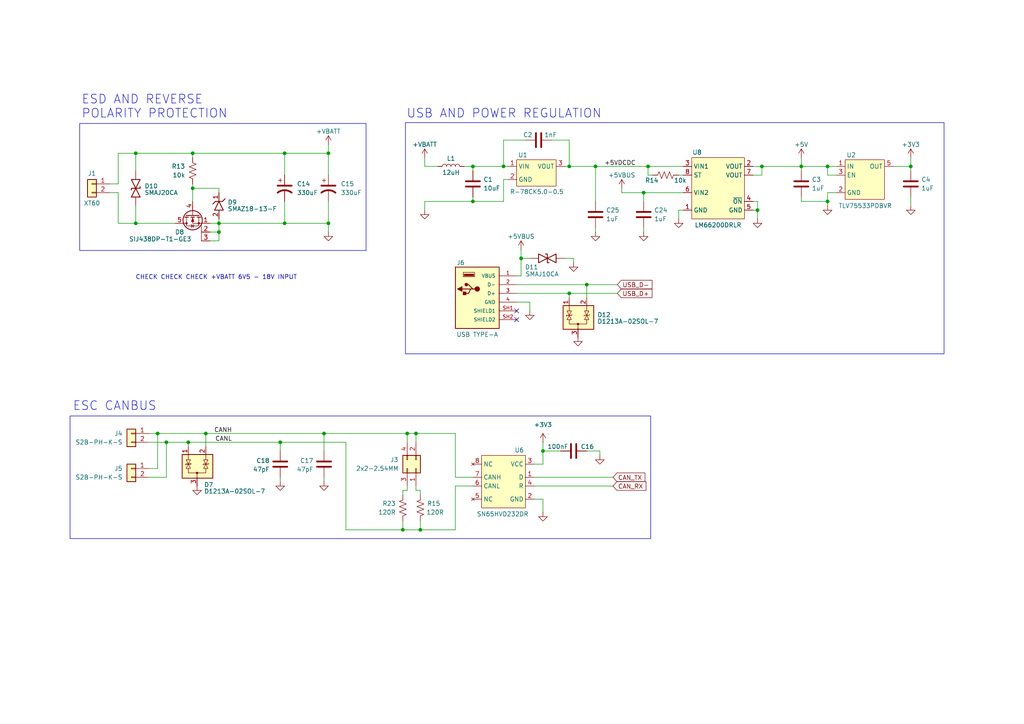
<source format=kicad_sch>
(kicad_sch (version 20231120) (generator "eeschema") (generator_version "8.0")
  (paper "A4")
  (title_block (title "POWER REGULATION AND CANBUS") (comment 1 "REVIEWED BY:") (comment 3 "GITHUB: /nikphillydev") (comment 4 "DRAWN BY: N.PHILIPENKO") (comment 5 "SIGNED:"))
  (lib_symbols
    (symbol "Connector_Generic:Conn_01x02" (pin_names (offset 1.016) hide)
      (property "Reference" "J" (at 0 2.54 0))
      (property "Value" "Conn_01x02" (at 0 -5.08 0))
      (symbol "Conn_01x02_1_1"
        (rectangle (start -1.27 -2.413) (end 0 -2.667) (stroke (width 0.1524)))
        (rectangle (start -1.27 0.127) (end 0 -0.127) (stroke (width 0.1524)))
        (rectangle (start -1.27 1.27) (end 1.27 -3.81) (stroke (width 0.254)) (fill (type background)))
        (pin passive line (at -5.08 0 0) (length 3.81) (name "Pin_1") (number "1"))
        (pin passive line (at -5.08 -2.54 0) (length 3.81) (name "Pin_2") (number "2"))
      )
    )
    (symbol "Connector_Generic:Conn_02x02_Odd_Even" (pin_names (offset 1.016) hide)
      (property "Reference" "J" (at 1.27 2.54 0))
      (property "Value" "Conn_02x02_Odd_Even" (at 1.27 -5.08 0))
      (symbol "Conn_02x02_Odd_Even_1_1"
        (rectangle (start -1.27 -2.413) (end 0 -2.667) (stroke (width 0.1524)))
        (rectangle (start -1.27 0.127) (end 0 -0.127) (stroke (width 0.1524)))
        (rectangle (start -1.27 1.27) (end 3.81 -3.81) (stroke (width 0.254)) (fill (type background)))
        (rectangle (start 3.81 -2.413) (end 2.54 -2.667) (stroke (width 0.1524)))
        (rectangle (start 3.81 0.127) (end 2.54 -0.127) (stroke (width 0.1524)))
        (pin passive line (at -5.08 0 0) (length 3.81) (name "Pin_1") (number "1"))
        (pin passive line (at 7.62 0 180) (length 3.81) (name "Pin_2") (number "2"))
        (pin passive line (at -5.08 -2.54 0) (length 3.81) (name "Pin_3") (number "3"))
        (pin passive line (at 7.62 -2.54 180) (length 3.81) (name "Pin_4") (number "4"))
      )
    )
    (symbol "Connectors:USB2.0-4P-2SH" (pin_names (offset 1.016))
      (property "Reference" "J" (at -6.35 9.652 0))
      (property "Value" "USB TYPE-A" (at -5.842 -11.176 0))
      (symbol "USB2.0-4P-2SH_0_0"
        (pin bidirectional line (at -11.43 3.81 0) (length 5.08) (name "D-") (number "2"))
        (pin bidirectional line (at -11.43 1.27 0) (length 5.08) (name "D+") (number "3"))
      )
      (symbol "USB2.0-4P-2SH_0_1"
        (polyline (pts (xy 0.635 2.54) (xy 1.27 2.54) (xy 2.54 3.81) (xy 3.175 3.81)) (stroke (width 0.254)))
        (polyline (pts (xy 1.27 2.54) (xy 1.905 2.54) (xy 2.54 1.27) (xy 3.81 1.27)) (stroke (width 0.254)))
        (polyline (pts (xy 4.445 3.175) (xy 4.445 1.905) (xy 5.715 2.54) (xy 4.445 3.175)) (stroke (width 0.254)) (fill (type outline)))
        (circle (center 0 2.54) (radius 0.635) (stroke (width 0.254)) (fill (type outline)))
        (circle (center 3.175 3.81) (radius 0.381) (stroke (width 0.254)) (fill (type outline)))
        (rectangle (start 3.81 6.35) (end 1.016 6.858) (fill (type outline)))
        (rectangle (start 4.064 1.651) (end 3.302 0.889) (stroke (width 0.254)) (fill (type outline)))
        (rectangle (start 4.064 6.096) (end 0.762 7.366))
      )
      (symbol "USB2.0-4P-2SH_1_0"
        (rectangle (start -6.35 8.89) (end 6.35 -8.89) (stroke (width 0.254)) (fill (type background)))
        (pin power_out line (at -11.43 6.35 0) (length 5.08) (name "VBUS") (number "1"))
        (pin passive line (at -11.43 -1.27 0) (length 5.08) (name "GND") (number "4"))
        (pin passive line (at -11.43 -3.81 0) (length 5.08) (name "SHIELD1") (number "SH1"))
        (pin passive line (at -11.43 -6.35 0) (length 5.08) (name "SHIELD2") (number "SH2"))
      )
      (symbol "USB2.0-4P-2SH_1_1"
        (polyline (pts (xy 1.905 2.54) (xy 4.445 2.54)) (stroke (width 0.254)))
      )
    )
    (symbol "Device:C" (pin_numbers hide) (pin_names (offset 0.254))
      (property "Reference" "C" (at 0.635 2.54 0))
      (property "Value" "C" (at 0.635 -2.54 0))
      (symbol "C_0_1"
        (polyline (pts (xy -2.032 -0.762) (xy 2.032 -0.762)) (stroke (width 0.508)))
        (polyline (pts (xy -2.032 0.762) (xy 2.032 0.762)) (stroke (width 0.508)))
      )
      (symbol "C_1_1"
        (pin passive line (at 0 3.81 270) (length 2.794) (name "~") (number "1"))
        (pin passive line (at 0 -3.81 90) (length 2.794) (name "~") (number "2"))
      )
    )
    (symbol "Device:C_Polarized_US" (pin_numbers hide) (pin_names (offset 0.254) hide)
      (property "Reference" "C" (at 0.635 2.54 0))
      (property "Value" "C_Polarized_US" (at 0.635 -2.54 0))
      (symbol "C_Polarized_US_0_1"
        (polyline (pts (xy -2.032 0.762) (xy 2.032 0.762)) (stroke (width 0.508)))
        (polyline (pts (xy -1.778 2.286) (xy -0.762 2.286)))
        (polyline (pts (xy -1.27 1.778) (xy -1.27 2.794)))
        (arc (start 2.032 -1.27) (mid 0 -0.5572) (end -2.032 -1.27) (stroke (width 0.508)))
      )
      (symbol "C_Polarized_US_1_1"
        (pin passive line (at 0 3.81 270) (length 2.794) (name "~") (number "1"))
        (pin passive line (at 0 -3.81 90) (length 3.302) (name "~") (number "2"))
      )
    )
    (symbol "Device:L" (pin_numbers hide) (pin_names (offset 1.016) hide)
      (property "Reference" "L" (at -1.27 0 90))
      (property "Value" "L" (at 1.905 0 90))
      (symbol "L_0_1"
        (arc (start 0 -2.54) (mid 0.6323 -1.905) (end 0 -1.27))
        (arc (start 0 -1.27) (mid 0.6323 -0.635) (end 0 0))
        (arc (start 0 0) (mid 0.6323 0.635) (end 0 1.27))
        (arc (start 0 1.27) (mid 0.6323 1.905) (end 0 2.54))
      )
      (symbol "L_1_1"
        (pin passive line (at 0 3.81 270) (length 1.27) (name "1") (number "1"))
        (pin passive line (at 0 -3.81 90) (length 1.27) (name "2") (number "2"))
      )
    )
    (symbol "Device:R_US" (pin_numbers hide) (pin_names (offset 0))
      (property "Reference" "R" (at 2.54 0 90))
      (property "Value" "R_US" (at -2.54 0 90))
      (symbol "R_US_0_1"
        (polyline (pts (xy 0 -2.286) (xy 0 -2.54)))
        (polyline (pts (xy 0 2.286) (xy 0 2.54)))
        (polyline (pts (xy 0 -0.762) (xy 1.016 -1.143) (xy 0 -1.524) (xy -1.016 -1.905) (xy 0 -2.286)))
        (polyline (pts (xy 0 0.762) (xy 1.016 0.381) (xy 0 0) (xy -1.016 -0.381) (xy 0 -0.762)))
        (polyline (pts (xy 0 2.286) (xy 1.016 1.905) (xy 0 1.524) (xy -1.016 1.143) (xy 0 0.762)))
      )
      (symbol "R_US_1_1"
        (pin passive line (at 0 3.81 270) (length 1.27) (name "~") (number "1"))
        (pin passive line (at 0 -3.81 90) (length 1.27) (name "~") (number "2"))
      )
    )
    (symbol "Diodes:SiJ438DP" (pin_names hide)
      (property "Reference" "D" (at 4.064 4.826 0))
      (property "Value" "SiJ438DP" (at 7.874 2.794 0))
      (symbol "SiJ438DP_0_1"
        (polyline (pts (xy -1.016 0) (xy -3.81 0)))
        (polyline (pts (xy -1.016 1.905) (xy -1.016 -1.905)) (stroke (width 0.254)))
        (polyline (pts (xy -0.508 -1.27) (xy -0.508 -2.286)) (stroke (width 0.254)))
        (polyline (pts (xy -0.508 0.508) (xy -0.508 -0.508)) (stroke (width 0.254)))
        (polyline (pts (xy -0.508 2.286) (xy -0.508 1.27)) (stroke (width 0.254)))
        (polyline (pts (xy 1.27 2.54) (xy 1.27 1.778)))
        (polyline (pts (xy 1.27 -2.54) (xy 1.27 0) (xy -0.508 0)))
        (polyline (pts (xy 1.27 -2.54) (xy 3.81 -2.54) (xy 6.35 -2.54)))
        (polyline (pts (xy -0.508 -1.778) (xy 2.032 -1.778) (xy 2.032 1.778) (xy -0.508 1.778)))
        (polyline (pts (xy -0.254 0) (xy 0.762 0.381) (xy 0.762 -0.381) (xy -0.254 0)) (fill (type outline)))
        (polyline (pts (xy 1.524 0.508) (xy 1.651 0.381) (xy 2.413 0.381) (xy 2.54 0.254)))
        (polyline (pts (xy 2.032 0.381) (xy 1.651 -0.254) (xy 2.413 -0.254) (xy 2.032 0.381)))
        (circle (center 0.381 0) (radius 2.794) (stroke (width 0.254)))
        (circle (center 1.27 -1.778) (radius 0.254) (fill (type outline)))
        (circle (center 1.27 1.778) (radius 0.254) (fill (type outline)))
      )
      (symbol "SiJ438DP_1_0"
        (pin passive line (at -5.08 0 0) (length 2.54) (name "G") (number "4"))
        (pin passive line (at 1.27 5.08 270) (length 2.54) (name "D") (number "5"))
      )
      (symbol "SiJ438DP_1_1"
        (pin passive line (at 1.27 -5.08 90) (length 2.54) (name "S") (number "1"))
        (pin passive line (at 3.81 -5.08 90) (length 2.54) (name "S") (number "2"))
        (pin passive line (at 6.35 -5.08 90) (length 2.54) (name "S") (number "3"))
      )
    )
    (symbol "Diodes:TVS_BIDIRECTIONAL" (pin_numbers hide) (pin_names hide)
      (property "Reference" "D" (at 2.794 0.254 0))
      (symbol "TVS_BIDIRECTIONAL_0_1"
        (polyline (pts (xy 1.27 0.508) (xy 1.27 0) (xy -1.27 0) (xy -1.27 -0.508)) (stroke (width 0.254)))
        (polyline (pts (xy 0 0) (xy 0 0) (xy -1.27 2.54) (xy 1.27 2.54) (xy 0 0)) (stroke (width 0.254)))
        (polyline (pts (xy 0 0) (xy 0 0) (xy 1.27 -2.54) (xy -1.27 -2.54) (xy 0 0)) (stroke (width 0.254)))
      )
      (symbol "TVS_BIDIRECTIONAL_1_1"
        (pin passive line (at 0 5.08 270) (length 2.54) (name "K") (number "1"))
        (pin passive line (at 0 -5.08 90) (length 2.54) (name "A") (number "2"))
      )
    )
    (symbol "Diodes:TVS_BIDIRECTIONAL_2CH" (pin_names hide)
      (property "Reference" "D" (at 2.54 -5.842 0))
      (symbol "TVS_BIDIRECTIONAL_2CH_0_0"
        (pin passive line (at 0 -6.35 90) (length 2.54) (name "A") (number "3"))
      )
      (symbol "TVS_BIDIRECTIONAL_2CH_0_1"
        (circle (center 0 -2.54) (radius 0.254) (fill (type outline)))
        (polyline (pts (xy -2.54 2.54) (xy -2.54 1.27)))
        (polyline (pts (xy 0 -2.54) (xy 0 -3.81)))
        (polyline (pts (xy 2.54 2.54) (xy 2.54 1.27)))
        (polyline (pts (xy -3.302 -0.254) (xy -3.302 0) (xy -1.905 0) (xy -1.778 0)))
        (polyline (pts (xy -3.302 -0.254) (xy -3.302 0) (xy -1.905 0) (xy -1.778 0)))
        (polyline (pts (xy -2.54 -1.27) (xy -2.54 -2.54) (xy 2.54 -2.54) (xy 2.54 -1.27)))
        (polyline (pts (xy -2.54 0) (xy -1.905 -1.27) (xy -3.175 -1.27) (xy -2.54 0)))
        (polyline (pts (xy -2.54 0) (xy -1.905 1.27) (xy -3.175 1.27) (xy -2.54 0)))
        (polyline (pts (xy -1.778 0.254) (xy -1.778 0) (xy -3.175 0) (xy -3.302 0)))
        (polyline (pts (xy 1.778 -0.254) (xy 1.778 0) (xy 3.175 0) (xy 3.302 0)))
        (polyline (pts (xy 2.54 0) (xy 1.905 -1.27) (xy 3.175 -1.27) (xy 2.54 0)))
        (polyline (pts (xy 2.54 0) (xy 1.905 1.27) (xy 3.175 1.27) (xy 2.54 0)))
        (polyline (pts (xy 3.302 0.254) (xy 3.302 0) (xy 1.905 0) (xy 1.778 0)))
      )
      (symbol "TVS_BIDIRECTIONAL_2CH_1_1"
        (rectangle (start -4.318 2.794) (end 4.572 -4.064) (stroke (width 0.254)) (fill (type background)))
        (pin passive line (at -2.54 5.08 270) (length 2.54) (name "K") (number "1"))
        (pin passive line (at 2.54 5.08 270) (length 2.54) (name "K") (number "2"))
      )
    )
    (symbol "Diodes:ZENER" (pin_names hide)
      (property "Reference" "D" (at 2.794 0.254 0))
      (symbol "ZENER_0_1"
        (polyline (pts (xy -1.27 -1.27) (xy 1.27 -1.27) (xy 0 1.27) (xy -1.27 -1.27)) (stroke (width 0.254)))
      )
      (symbol "ZENER_1_1"
        (polyline (pts (xy -1.016 1.27) (xy -1.778 0.508)) (stroke (width 0.254)))
        (polyline (pts (xy -1.016 1.27) (xy 1.016 1.27) (xy 1.778 2.032)) (stroke (width 0.254)))
        (pin passive line (at 0 3.81 270) (length 2.54) (name "K") (number "1"))
        (pin passive line (at 0 -3.81 90) (length 2.54) (name "A") (number "2"))
      )
    )
    (symbol "ICs:LM66200"
      (property "Reference" "U" (at -6.35 10.16 0))
      (property "Value" "LM66200" (at 0 -10.414 0))
      (symbol "LM66200_0_0"
        (pin power_out line (at 10.16 6.35 180) (length 2.54) (name "VOUT") (number "2"))
        (pin power_in line (at -10.16 6.35 0) (length 2.54) (name "VIN1") (number "3"))
        (pin passive line (at 10.16 -3.81 180) (length 2.54) (name "~{ON}") (number "4"))
        (pin power_in line (at -10.16 -1.27 0) (length 2.54) (name "VIN2") (number "6"))
        (pin passive line (at -10.16 3.81 0) (length 2.54) (name "ST") (number "8"))
      )
      (symbol "LM66200_1_0"
        (pin passive line (at -10.16 -6.35 0) (length 2.54) (name "GND") (number "1"))
        (pin passive line (at 10.16 -6.35 180) (length 2.54) (name "GND") (number "5"))
        (pin passive line (at 10.16 3.81 180) (length 2.54) (name "VOUT") (number "7"))
      )
      (symbol "LM66200_1_1"
        (rectangle (start -7.62 8.89) (end 7.62 -8.89) (fill (type background)))
      )
    )
    (symbol "ICs:R-78CKxx-0.5"
      (property "Reference" "U" (at -4.318 4.318 0))
      (property "Value" "R-78CKxx-0.5" (at 0.762 -5.842 0))
      (symbol "R-78CKxx-0.5_0_0"
        (pin power_in line (at -7.62 1.27 0) (length 2.54) (name "VIN") (number "1"))
        (pin passive line (at -7.62 -2.54 0) (length 2.54) (name "GND") (number "2"))
      )
      (symbol "R-78CKxx-0.5_1_0"
        (pin power_out line (at 8.89 1.27 180) (length 2.54) (name "VOUT") (number "3"))
      )
      (symbol "R-78CKxx-0.5_1_1"
        (rectangle (start -5.08 3.175) (end 6.35 -4.445) (fill (type background)))
      )
    )
    (symbol "ICs:TLV755P-DBV"
      (property "Reference" "U" (at -4.572 5.588 0))
      (property "Value" "TLV755P-DBV" (at 0.508 -8.382 0))
      (symbol "TLV755P-DBV_0_0"
        (pin power_in line (at -7.62 2.54 0) (length 2.54) (name "IN") (number "1"))
        (pin passive line (at -7.62 -5.08 0) (length 2.54) (name "GND") (number "2"))
        (pin passive line (at -7.62 0 0) (length 2.54) (name "EN") (number "3"))
        (pin power_out line (at 8.89 2.54 180) (length 2.54) (name "OUT") (number "5"))
      )
      (symbol "TLV755P-DBV_1_0"
        (pin no_connect line (at 8.89 -5.08 180) (length 2.54) hide (name "NC") (number "4"))
      )
      (symbol "TLV755P-DBV_1_1"
        (rectangle (start -5.08 4.445) (end 6.35 -6.985) (fill (type background)))
      )
    )
    (symbol "SN65HVD232D_1"
      (property "Reference" "U" (at -5.334 8.89 0))
      (property "Value" "SN65HVD232D" (at 0 -9.144 0))
      (symbol "SN65HVD232D_1_0_0"
        (pin power_in line (at -8.89 5.08 0) (length 2.54) (name "VCC") (number "3"))
        (pin no_connect line (at 8.89 -5.08 180) (length 2.54) (name "NC") (number "5"))
        (pin passive line (at 8.89 -1.27 180) (length 2.54) (name "CANL") (number "6"))
        (pin passive line (at 8.89 1.27 180) (length 2.54) (name "CANH") (number "7"))
        (pin no_connect line (at 8.89 5.08 180) (length 2.54) (name "NC") (number "8"))
      )
      (symbol "SN65HVD232D_1_1_0"
        (pin passive line (at -8.89 1.27 0) (length 2.54) (name "D") (number "1"))
        (pin passive line (at -8.89 -5.08 0) (length 2.54) (name "GND") (number "2"))
        (pin passive line (at -8.89 -1.27 0) (length 2.54) (name "R") (number "4"))
      )
      (symbol "SN65HVD232D_1_1_1"
        (rectangle (start -6.35 7.62) (end 6.35 -7.62) (fill (type background)))
      )
    )
    (symbol "power:+3.3V" (power) (pin_numbers hide) (pin_names (offset 0) hide)
      (property "Value" "+3.3V" (at 0 3.556 0))
      (symbol "+3.3V_0_1"
        (polyline (pts (xy -0.762 1.27) (xy 0 2.54)))
        (polyline (pts (xy 0 0) (xy 0 2.54)))
        (polyline (pts (xy 0 2.54) (xy 0.762 1.27)))
      )
      (symbol "+3.3V_1_1"
        (pin power_in line (at 0 0 90) (length 0) (name "~") (number "1"))
      )
    )
    (symbol "power:GND" (power) (pin_numbers hide) (pin_names (offset 0) hide)
      (property "Value" "GND" (at 0 -3.81 0))
      (symbol "GND_0_1"
        (polyline (pts (xy 0 0) (xy 0 -1.27) (xy 1.27 -1.27) (xy 0 -2.54) (xy -1.27 -1.27) (xy 0 -1.27)))
      )
      (symbol "GND_1_1"
        (pin power_in line (at 0 0 270) (length 0) (name "~") (number "1"))
      )
    )
  )
  (junction (at 81.28 128.27))
  (junction (at 116.84 153.67))
  (junction (at 264.16 48.26))
  (junction (at 82.55 44.45))
  (junction (at 82.55 64.77))
  (junction (at 54.61 128.27))
  (junction (at 120.65 125.73))
  (junction (at 157.48 130.81))
  (junction (at 172.72 48.26))
  (junction (at 220.98 48.26))
  (junction (at 146.05 48.26))
  (junction (at 63.5 64.77))
  (junction (at 39.37 64.77))
  (junction (at 165.1 85.09))
  (junction (at 219.71 60.96))
  (junction (at 118.11 125.73))
  (junction (at 45.72 125.73))
  (junction (at 48.26 128.27))
  (junction (at 187.96 48.26))
  (junction (at 55.88 54.61))
  (junction (at 95.25 44.45))
  (junction (at 63.5 67.31))
  (junction (at 151.13 74.93))
  (junction (at 170.18 82.55))
  (junction (at 232.41 48.26))
  (junction (at 93.98 125.73))
  (junction (at 137.16 48.26))
  (junction (at 240.03 58.42))
  (junction (at 121.92 153.67))
  (junction (at 39.37 44.45))
  (junction (at 186.69 55.88))
  (junction (at 55.88 44.45))
  (junction (at 137.16 58.42))
  (junction (at 95.25 64.77))
  (junction (at 240.03 48.26))
  (junction (at 165.1 48.26))
  (junction (at 59.69 125.73))
  (no_connect (at 149.86 92.71))
  (no_connect (at 149.86 90.17))
  (wire (pts (xy 165.1 40.64) (xy 165.1 48.26)))
  (wire (pts (xy 151.13 72.39) (xy 151.13 74.93)))
  (wire (pts (xy 31.75 53.34) (xy 34.29 53.34)))
  (wire (pts (xy 219.71 58.42) (xy 219.71 60.96)))
  (wire (pts (xy 172.72 66.04) (xy 172.72 67.31)))
  (wire (pts (xy 121.92 151.13) (xy 121.92 153.67)))
  (wire (pts (xy 95.25 64.77) (xy 95.25 67.31)))
  (wire (pts (xy 172.72 48.26) (xy 187.96 48.26)))
  (wire (pts (xy 120.65 125.73) (xy 120.65 128.27)))
  (wire (pts (xy 39.37 64.77) (xy 50.8 64.77)))
  (wire (pts (xy 60.96 64.77) (xy 63.5 64.77)))
  (wire (pts (xy 173.99 130.81) (xy 173.99 132.08)))
  (wire (pts (xy 81.28 138.43) (xy 81.28 139.7)))
  (wire (pts (xy 34.29 55.88) (xy 34.29 64.77)))
  (wire (pts (xy 63.5 55.88) (xy 63.5 54.61)))
  (wire (pts (xy 160.02 40.64) (xy 165.1 40.64)))
  (wire (pts (xy 165.1 85.09) (xy 165.1 86.36)))
  (wire (pts (xy 132.08 125.73) (xy 120.65 125.73)))
  (wire (pts (xy 132.08 140.97) (xy 132.08 153.67)))
  (wire (pts (xy 55.88 44.45) (xy 82.55 44.45)))
  (wire (pts (xy 151.13 74.93) (xy 151.13 80.01)))
  (wire (pts (xy 180.34 55.88) (xy 186.69 55.88)))
  (wire (pts (xy 196.85 60.96) (xy 196.85 63.5)))
  (wire (pts (xy 180.34 55.88) (xy 180.34 54.61)))
  (wire (pts (xy 43.18 138.43) (xy 48.26 138.43)))
  (wire (pts (xy 137.16 48.26) (xy 146.05 48.26)))
  (wire (pts (xy 82.55 44.45) (xy 95.25 44.45)))
  (wire (pts (xy 63.5 54.61) (xy 55.88 54.61)))
  (wire (pts (xy 177.8 140.97) (xy 154.94 140.97)))
  (wire (pts (xy 121.92 142.24) (xy 121.92 143.51)))
  (wire (pts (xy 48.26 138.43) (xy 48.26 128.27)))
  (wire (pts (xy 43.18 135.89) (xy 45.72 135.89)))
  (wire (pts (xy 120.65 142.24) (xy 121.92 142.24)))
  (wire (pts (xy 240.03 50.8) (xy 240.03 48.26)))
  (wire (pts (xy 31.75 55.88) (xy 34.29 55.88)))
  (wire (pts (xy 157.48 128.27) (xy 157.48 130.81)))
  (wire (pts (xy 232.41 45.72) (xy 232.41 48.26)))
  (wire (pts (xy 151.13 74.93) (xy 153.67 74.93)))
  (wire (pts (xy 153.67 87.63) (xy 153.67 90.17)))
  (wire (pts (xy 172.72 48.26) (xy 172.72 58.42)))
  (wire (pts (xy 63.5 64.77) (xy 82.55 64.77)))
  (wire (pts (xy 146.05 40.64) (xy 146.05 48.26)))
  (wire (pts (xy 137.16 48.26) (xy 137.16 49.53)))
  (wire (pts (xy 149.86 80.01) (xy 151.13 80.01)))
  (wire (pts (xy 93.98 138.43) (xy 93.98 139.7)))
  (wire (pts (xy 93.98 130.81) (xy 93.98 125.73)))
  (wire (pts (xy 34.29 44.45) (xy 39.37 44.45)))
  (wire (pts (xy 132.08 138.43) (xy 132.08 125.73)))
  (wire (pts (xy 170.18 82.55) (xy 179.07 82.55)))
  (wire (pts (xy 118.11 125.73) (xy 93.98 125.73)))
  (wire (pts (xy 232.41 57.15) (xy 232.41 58.42)))
  (wire (pts (xy 82.55 64.77) (xy 95.25 64.77)))
  (wire (pts (xy 232.41 48.26) (xy 240.03 48.26)))
  (wire (pts (xy 63.5 64.77) (xy 63.5 63.5)))
  (wire (pts (xy 137.16 57.15) (xy 137.16 58.42)))
  (wire (pts (xy 59.69 125.73) (xy 59.69 129.54)))
  (wire (pts (xy 157.48 144.78) (xy 157.48 148.59)))
  (wire (pts (xy 162.56 130.81) (xy 157.48 130.81)))
  (wire (pts (xy 134.62 48.26) (xy 137.16 48.26)))
  (wire (pts (xy 45.72 125.73) (xy 43.18 125.73)))
  (wire (pts (xy 187.96 50.8) (xy 187.96 48.26)))
  (wire (pts (xy 264.16 57.15) (xy 264.16 59.69)))
  (wire (pts (xy 146.05 52.07) (xy 147.32 52.07)))
  (wire (pts (xy 218.44 50.8) (xy 220.98 50.8)))
  (wire (pts (xy 149.86 87.63) (xy 153.67 87.63)))
  (wire (pts (xy 81.28 128.27) (xy 81.28 130.81)))
  (wire (pts (xy 95.25 58.42) (xy 95.25 64.77)))
  (wire (pts (xy 100.33 128.27) (xy 81.28 128.27)))
  (wire (pts (xy 116.84 151.13) (xy 116.84 153.67)))
  (wire (pts (xy 95.25 41.91) (xy 95.25 44.45)))
  (wire (pts (xy 218.44 58.42) (xy 219.71 58.42)))
  (wire (pts (xy 163.83 74.93) (xy 166.37 74.93)))
  (wire (pts (xy 264.16 45.72) (xy 264.16 48.26)))
  (wire (pts (xy 60.96 67.31) (xy 63.5 67.31)))
  (wire (pts (xy 149.86 85.09) (xy 165.1 85.09)))
  (wire (pts (xy 116.84 142.24) (xy 116.84 143.51)))
  (wire (pts (xy 165.1 85.09) (xy 179.07 85.09)))
  (wire (pts (xy 240.03 50.8) (xy 242.57 50.8)))
  (wire (pts (xy 170.18 130.81) (xy 173.99 130.81)))
  (wire (pts (xy 232.41 49.53) (xy 232.41 48.26)))
  (wire (pts (xy 186.69 55.88) (xy 186.69 58.42)))
  (wire (pts (xy 240.03 55.88) (xy 240.03 58.42)))
  (wire (pts (xy 154.94 134.62) (xy 157.48 134.62)))
  (wire (pts (xy 165.1 48.26) (xy 163.83 48.26)))
  (wire (pts (xy 146.05 52.07) (xy 146.05 58.42)))
  (wire (pts (xy 157.48 130.81) (xy 157.48 134.62)))
  (wire (pts (xy 82.55 44.45) (xy 82.55 50.8)))
  (wire (pts (xy 95.25 44.45) (xy 95.25 50.8)))
  (wire (pts (xy 259.08 48.26) (xy 264.16 48.26)))
  (wire (pts (xy 34.29 64.77) (xy 39.37 64.77)))
  (wire (pts (xy 120.65 125.73) (xy 118.11 125.73)))
  (wire (pts (xy 220.98 48.26) (xy 232.41 48.26)))
  (wire (pts (xy 187.96 48.26) (xy 198.12 48.26)))
  (wire (pts (xy 218.44 48.26) (xy 220.98 48.26)))
  (wire (pts (xy 186.69 66.04) (xy 186.69 67.31)))
  (wire (pts (xy 121.92 153.67) (xy 116.84 153.67)))
  (wire (pts (xy 177.8 138.43) (xy 154.94 138.43)))
  (wire (pts (xy 166.37 74.93) (xy 166.37 76.2)))
  (wire (pts (xy 152.4 40.64) (xy 146.05 40.64)))
  (wire (pts (xy 118.11 125.73) (xy 118.11 128.27)))
  (wire (pts (xy 137.16 138.43) (xy 132.08 138.43)))
  (wire (pts (xy 165.1 48.26) (xy 172.72 48.26)))
  (wire (pts (xy 149.86 82.55) (xy 170.18 82.55)))
  (wire (pts (xy 54.61 129.54) (xy 54.61 128.27)))
  (wire (pts (xy 240.03 48.26) (xy 242.57 48.26)))
  (wire (pts (xy 196.85 50.8) (xy 198.12 50.8)))
  (wire (pts (xy 123.19 48.26) (xy 123.19 45.72)))
  (wire (pts (xy 154.94 144.78) (xy 157.48 144.78)))
  (wire (pts (xy 219.71 60.96) (xy 219.71 63.5)))
  (wire (pts (xy 100.33 153.67) (xy 100.33 128.27)))
  (wire (pts (xy 63.5 67.31) (xy 63.5 64.77)))
  (wire (pts (xy 123.19 48.26) (xy 127 48.26)))
  (wire (pts (xy 198.12 60.96) (xy 196.85 60.96)))
  (wire (pts (xy 218.44 60.96) (xy 219.71 60.96)))
  (wire (pts (xy 170.18 82.55) (xy 170.18 86.36)))
  (wire (pts (xy 116.84 153.67) (xy 100.33 153.67)))
  (wire (pts (xy 146.05 48.26) (xy 147.32 48.26)))
  (wire (pts (xy 45.72 125.73) (xy 45.72 135.89)))
  (wire (pts (xy 118.11 140.97) (xy 118.11 142.24)))
  (wire (pts (xy 39.37 59.69) (xy 39.37 64.77)))
  (wire (pts (xy 39.37 44.45) (xy 55.88 44.45)))
  (wire (pts (xy 232.41 58.42) (xy 240.03 58.42)))
  (wire (pts (xy 240.03 55.88) (xy 242.57 55.88)))
  (wire (pts (xy 264.16 48.26) (xy 264.16 49.53)))
  (wire (pts (xy 55.88 44.45) (xy 55.88 45.72)))
  (wire (pts (xy 123.19 58.42) (xy 123.19 60.96)))
  (wire (pts (xy 120.65 140.97) (xy 120.65 142.24)))
  (wire (pts (xy 59.69 125.73) (xy 93.98 125.73)))
  (wire (pts (xy 189.23 50.8) (xy 187.96 50.8)))
  (wire (pts (xy 39.37 44.45) (xy 39.37 49.53)))
  (wire (pts (xy 82.55 58.42) (xy 82.55 64.77)))
  (wire (pts (xy 60.96 69.85) (xy 63.5 69.85)))
  (wire (pts (xy 240.03 58.42) (xy 240.03 59.69)))
  (wire (pts (xy 55.88 53.34) (xy 55.88 54.61)))
  (wire (pts (xy 220.98 50.8) (xy 220.98 48.26)))
  (wire (pts (xy 54.61 128.27) (xy 81.28 128.27)))
  (wire (pts (xy 132.08 153.67) (xy 121.92 153.67)))
  (wire (pts (xy 34.29 53.34) (xy 34.29 44.45)))
  (wire (pts (xy 186.69 55.88) (xy 198.12 55.88)))
  (wire (pts (xy 48.26 128.27) (xy 54.61 128.27)))
  (wire (pts (xy 137.16 140.97) (xy 132.08 140.97)))
  (wire (pts (xy 55.88 54.61) (xy 55.88 58.42)))
  (wire (pts (xy 118.11 142.24) (xy 116.84 142.24)))
  (wire (pts (xy 146.05 58.42) (xy 137.16 58.42)))
  (wire (pts (xy 48.26 128.27) (xy 43.18 128.27)))
  (wire (pts (xy 45.72 125.73) (xy 59.69 125.73)))
  (wire (pts (xy 63.5 69.85) (xy 63.5 67.31)))
  (wire (pts (xy 123.19 58.42) (xy 137.16 58.42)))
  (rectangle (start 117.602 35.56) (end 273.812 102.616))
  (rectangle (start 23.114 35.814) (end 106.172 72.644))
  (rectangle (start 20.32 120.65) (end 188.722 156.21))
  (text "USB AND POWER REGULATION" (at 117.856 33.02 0) (effects (font (size 2.54 2.54)) (justify left)))
  (text "ESD AND REVERSE\nPOLARITY PROTECTION" (at 23.622 30.988 0) (effects (font (size 2.54 2.54)) (justify left)))
  (text "CHECK CHECK CHECK +VBATT 6V5 - 18V INPUT" (at 62.738 80.518 0) (effects (font (size 1.27 1.27))))
  (text "ESC CANBUS" (at 33.274 117.856 0) (effects (font (size 2.54 2.54))))
  (label "CANL" (at 67.31 128.27 180))
  (label "CANH" (at 67.31 125.73 180))
  (label "+5VDCDC" (at 175.26 48.26 0))
  (global_label "CAN_TX" (shape input) (at 177.8 138.43 0) (property "Intersheetrefs" "${INTERSHEET_REFS}" (effects (hide yes))))
  (global_label "USB_D+" (shape input) (at 179.07 85.09 0) (property "Intersheetrefs" "${INTERSHEET_REFS}" (effects (hide yes))))
  (global_label "USB_D-" (shape input) (at 179.07 82.55 0) (property "Intersheetrefs" "${INTERSHEET_REFS}" (effects (hide yes))))
  (global_label "CAN_RX" (shape input) (at 177.8 140.97 0) (property "Intersheetrefs" "${INTERSHEET_REFS}" (effects (hide yes))))
  (symbol (lib_name "SN65HVD232D_1") (lib_id "ICs:SN65HVD232D") (at 146.05 139.7 0) (mirror y) (unit 1)
    (property "Reference" "U6" (at 150.622 130.556 0))
    (property "Value" "SN65HVD232DR" (at 145.796 149.098 0))
    (property "Footprint" "ICs:TI_SOIC-8" (effects (hide yes)))
    (property "JLCPCB Part #" "C30530" (effects (hide yes)))
    (property "Manufacturer" "Texas Instruments" (effects (hide yes)))
    (property "Manufacturer Part #" "SN65HVD232DR" (effects (hide yes)))
  )
  (symbol (lib_id "Device:R_US") (at 55.88 49.53 0) (unit 1)
    (property "Reference" "R13" (at 49.784 48.26 0) (effects (justify left)))
    (property "Value" "10k" (at 50.038 50.8 0) (effects (justify left)))
    (property "Footprint" "Resistors:RES_0603_1608Metric" (effects (hide yes)))
    (property "Description" "Resistor, US symbol" (effects (hide yes)))
    (property "JLCPCB Part #" "C98220" (effects (hide yes)))
    (property "Manufacturer" "YAGEO" (effects (hide yes)))
    (property "Manufacturer Part #" "RC0603FR-0710KL" (effects (hide yes)))
  )
  (symbol (lib_id "Device:C") (at 172.72 62.23 0) (unit 1)
    (property "Reference" "C25" (at 175.768 60.96 0) (effects (justify left)))
    (property "Value" "1uF" (at 175.768 63.5 0) (effects (justify left)))
    (property "Footprint" "Capacitors:CAP_0603_1608Metric" (effects (hide yes)))
    (property "Description" "Unpolarized capacitor" (effects (hide yes)))
    (property "JLCPCB Part # " "C5673" (effects (hide yes)))
    (property "Manufacturer" "Samsung Electro-Mechanics" (effects (hide yes)))
    (property "Manufacturer Part #" "CL10A105KA8NNNC" (effects (hide yes)))
  )
  (symbol (lib_id "power:+3.3V") (at 95.25 41.91 0) (unit 1)
    (property "Reference" "#PWR01" (effects (hide yes)))
    (property "Value" "+VBATT" (at 95.25 38.1 0))
    (property "Description" "Power symbol creates a global label with name \"+3.3V\"" (effects (hide yes)))
  )
  (symbol (lib_id "power:GND") (at 57.15 140.97 0) (mirror y) (unit 1)
    (property "Reference" "#PWR034" (effects (hide yes)))
    (property "Value" "GND" (effects (hide yes)))
    (property "Description" "Power symbol creates a global label with name \"GND\" , ground" (effects (hide yes)))
  )
  (symbol (lib_id "power:GND") (at 172.72 67.31 0) (unit 1)
    (property "Reference" "#PWR035" (effects (hide yes)))
    (property "Value" "GND" (effects (hide yes)))
    (property "Description" "Power symbol creates a global label with name \"GND\" , ground" (effects (hide yes)))
  )
  (symbol (lib_id "Connector_Generic:Conn_02x02_Odd_Even") (at 120.65 135.89 270) (mirror x) (unit 1)
    (property "Reference" "J3" (at 115.57 133.3499 90) (effects (justify right)))
    (property "Value" "2x2-2.54MM " (at 116.586 135.89 90) (effects (justify right)))
    (property "Footprint" "Connectors:CONN_MALE_TH_2.54MM_2x2" (effects (hide yes)))
    (property "Description" "Generic connector, double row, 02x02, odd/even pin numbering scheme (row 1 odd numbers, row 2 even numbers), script generated (kicad-library-utils/schlib/autogen/connector/)" (effects (hide yes)))
    (property "JLCPCB Part #" "C5993271" (effects (hide yes)))
    (property "Manufacturer" "Samtec Inc." (effects (hide yes)))
    (property "Manufacturer Part #" "TSW-102-07-F-D" (effects (hide yes)))
  )
  (symbol (lib_id "power:GND") (at 81.28 139.7 0) (mirror y) (unit 1)
    (property "Reference" "#PWR033" (effects (hide yes)))
    (property "Value" "GND" (effects (hide yes)))
    (property "Description" "Power symbol creates a global label with name \"GND\" , ground" (effects (hide yes)))
  )
  (symbol (lib_id "power:+3.3V") (at 180.34 54.61 0) (unit 1)
    (property "Reference" "#PWR038" (effects (hide yes)))
    (property "Value" "+5VBUS" (at 180.34 50.8 0))
    (property "Description" "Power symbol creates a global label with name \"+3.3V\"" (effects (hide yes)))
  )
  (symbol (lib_id "Device:C") (at 81.28 134.62 0) (mirror y) (unit 1)
    (property "Reference" "C18" (at 78.232 133.604 0) (effects (justify left)))
    (property "Value" "47pF" (at 78.232 136.144 0) (effects (justify left)))
    (property "Footprint" "Capacitors:CAP_0603_1608Metric" (effects (hide yes)))
    (property "Description" "Unpolarized capacitor" (effects (hide yes)))
    (property "JLCPCB Part #" "C1671" (effects (hide yes)))
    (property "Manufacturer" "Samsung Electro-Mechanics" (effects (hide yes)))
    (property "Manufacturer Part #" "CL10C470JB8NNNC" (effects (hide yes)))
  )
  (symbol (lib_id "Connectors:USB2.0-4P-2SH") (at 138.43 86.36 0) (mirror y) (unit 1)
    (property "Reference" "J6" (at 133.604 76.2 0))
    (property "Value" "USB TYPE-A" (at 138.43 97.028 0))
    (property "Footprint" "Connectors:USB2.0_4P_AMPHENOL_87583-2010BLF" (effects (hide yes)))
    (property "JLCPCB Part # " "C599118" (effects (hide yes)))
    (property "Manufacturer" "Amphenol ICC (FCI)" (effects (hide yes)))
    (property "Manufacturer Part #" "87583-2010BLF" (effects (hide yes)))
  )
  (symbol (lib_id "Device:C_Polarized_US") (at 95.25 54.61 0) (unit 1)
    (property "Reference" "C15" (at 98.806 53.34 0) (effects (justify left)))
    (property "Value" "330uF" (at 98.806 55.88 0) (effects (justify left)))
    (property "Footprint" "Capacitors:CAP_ALUM_HORIZONTAL" (effects (hide yes)))
    (property "Description" "Polarized capacitor, US symbol" (effects (hide yes)))
    (property "JLCPCB Part #" "C109394" (effects (hide yes)))
    (property "Manufacturer" "Rubycon" (effects (hide yes)))
    (property "Manufacturer Part #" "25ZLH330MEFC8X11.5" (effects (hide yes)))
  )
  (symbol (lib_id "Diodes:TVS_BIDIRECTIONAL_2CH") (at 57.15 134.62 0) (unit 1)
    (property "Reference" "D7" (at 59.182 140.5889 0) (effects (justify left)))
    (property "Value" "D1213A-02SOL-7" (at 59.182 142.494 0) (effects (justify left)))
    (property "Footprint" "Diodes:DiodesINC_SOT23-3" (effects (hide yes)))
    (property "JLCPCB Part # " "C460585" (effects (hide yes)))
    (property "Manufacturer" "Diodes Incorporated" (effects (hide yes)))
    (property "Manufacturer Part #" "D1213A-02SOL-7" (effects (hide yes)))
  )
  (symbol (lib_id "power:GND") (at 167.64 97.79 0) (unit 1)
    (property "Reference" "#PWR043" (effects (hide yes)))
    (property "Value" "GND" (effects (hide yes)))
    (property "Description" "Power symbol creates a global label with name \"GND\" , ground" (effects (hide yes)))
  )
  (symbol (lib_id "Device:C") (at 93.98 134.62 0) (mirror y) (unit 1)
    (property "Reference" "C17" (at 90.932 133.604 0) (effects (justify left)))
    (property "Value" "47pF" (at 90.932 136.144 0) (effects (justify left)))
    (property "Footprint" "Capacitors:CAP_0603_1608Metric" (effects (hide yes)))
    (property "Description" "Unpolarized capacitor" (effects (hide yes)))
    (property "JLCPCB Part #" "C1671" (effects (hide yes)))
    (property "Manufacturer" "Samsung Electro-Mechanics" (effects (hide yes)))
    (property "Manufacturer Part #" "CL10C470JB8NNNC" (effects (hide yes)))
  )
  (symbol (lib_id "power:+3.3V") (at 264.16 45.72 0) (unit 1)
    (property "Reference" "#PWR05" (effects (hide yes)))
    (property "Value" "+3V3" (at 264.16 41.91 0))
    (property "Description" "Power symbol creates a global label with name \"+3.3V\"" (effects (hide yes)))
  )
  (symbol (lib_id "Device:R_US") (at 116.84 147.32 0) (mirror y) (unit 1)
    (property "Reference" "R23" (at 114.808 146.05 0) (effects (justify left)))
    (property "Value" "120R" (at 114.808 148.59 0) (effects (justify left)))
    (property "Footprint" "Resistors:RES_0603_1608Metric" (effects (hide yes)))
    (property "Description" "Resistor, US symbol" (effects (hide yes)))
    (property "JLCPCB Part #" "C114640" (effects (hide yes)))
    (property "Manufacturer" "YAGEO" (effects (hide yes)))
    (property "Manufacturer Part #" "RC0603FR-07120RL" (effects (hide yes)))
  )
  (symbol (lib_id "Diodes:SiJ438DP") (at 55.88 63.5 90) (mirror x) (unit 1)
    (property "Reference" "D8" (at 52.07 67.31 90))
    (property "Value" "SIJ438DP-T1-GE3" (at 46.482 69.342 90))
    (property "Footprint" "Diodes:Vishay_PPAK_SO-8L" (effects (hide yes)))
    (property "JLCPCB Part #" "C6296675" (effects (hide yes)))
    (property "Manufacturer" "Vishay Siliconix" (effects (hide yes)))
    (property "Manufacturer Part #" "SIJ438DP-T1-GE3" (effects (hide yes)))
  )
  (symbol (lib_id "power:GND") (at 166.37 76.2 0) (unit 1)
    (property "Reference" "#PWR036" (effects (hide yes)))
    (property "Value" "GND" (effects (hide yes)))
    (property "Description" "Power symbol creates a global label with name \"GND\" , ground" (effects (hide yes)))
  )
  (symbol (lib_id "Device:C") (at 186.69 62.23 0) (unit 1)
    (property "Reference" "C24" (at 189.738 60.96 0) (effects (justify left)))
    (property "Value" "1uF" (at 189.738 63.5 0) (effects (justify left)))
    (property "Footprint" "Capacitors:CAP_0603_1608Metric" (effects (hide yes)))
    (property "Description" "Unpolarized capacitor" (effects (hide yes)))
    (property "JLCPCB Part # " "C5673" (effects (hide yes)))
    (property "Manufacturer" "Samsung Electro-Mechanics" (effects (hide yes)))
    (property "Manufacturer Part #" "CL10A105KA8NNNC" (effects (hide yes)))
  )
  (symbol (lib_id "power:GND") (at 240.03 59.69 0) (unit 1)
    (property "Reference" "#PWR04" (effects (hide yes)))
    (property "Value" "GND" (effects (hide yes)))
    (property "Description" "Power symbol creates a global label with name \"GND\" , ground" (effects (hide yes)))
  )
  (symbol (lib_id "power:+3.3V") (at 151.13 72.39 0) (unit 1)
    (property "Reference" "#PWR037" (effects (hide yes)))
    (property "Value" "+5VBUS" (at 151.13 68.58 0))
    (property "Description" "Power symbol creates a global label with name \"+3.3V\"" (effects (hide yes)))
  )
  (symbol (lib_id "power:GND") (at 173.99 132.08 0) (mirror y) (unit 1)
    (property "Reference" "#PWR029" (effects (hide yes)))
    (property "Value" "GND" (effects (hide yes)))
    (property "Description" "Power symbol creates a global label with name \"GND\" , ground" (effects (hide yes)))
  )
  (symbol (lib_id "Device:C") (at 264.16 53.34 0) (unit 1)
    (property "Reference" "C4" (at 267.208 52.07 0) (effects (justify left)))
    (property "Value" "1uF" (at 267.208 54.61 0) (effects (justify left)))
    (property "Footprint" "Capacitors:CAP_0603_1608Metric" (effects (hide yes)))
    (property "Description" "Unpolarized capacitor" (effects (hide yes)))
    (property "JLCPCB Part # " "C5673" (effects (hide yes)))
    (property "Manufacturer" "Samsung Electro-Mechanics" (effects (hide yes)))
    (property "Manufacturer Part #" "CL10A105KA8NNNC" (effects (hide yes)))
  )
  (symbol (lib_id "power:GND") (at 95.25 67.31 0) (unit 1)
    (property "Reference" "#PWR02" (effects (hide yes)))
    (property "Value" "GND" (effects (hide yes)))
    (property "Description" "Power symbol creates a global label with name \"GND\" , ground" (effects (hide yes)))
  )
  (symbol (lib_id "Device:C") (at 232.41 53.34 0) (unit 1)
    (property "Reference" "C3" (at 235.458 52.07 0) (effects (justify left)))
    (property "Value" "1uF" (at 235.458 54.61 0) (effects (justify left)))
    (property "Footprint" "Capacitors:CAP_0603_1608Metric" (effects (hide yes)))
    (property "Description" "Unpolarized capacitor" (effects (hide yes)))
    (property "JLCPCB Part # " "C5673" (effects (hide yes)))
    (property "Manufacturer" "Samsung Electro-Mechanics" (effects (hide yes)))
    (property "Manufacturer Part #" "CL10A105KA8NNNC" (effects (hide yes)))
  )
  (symbol (lib_id "power:+3.3V") (at 123.19 45.72 0) (unit 1)
    (property "Reference" "#PWR041" (effects (hide yes)))
    (property "Value" "+VBATT" (at 123.19 41.91 0))
    (property "Description" "Power symbol creates a global label with name \"+3.3V\"" (effects (hide yes)))
  )
  (symbol (lib_id "power:GND") (at 219.71 63.5 0) (unit 1)
    (property "Reference" "#PWR027" (effects (hide yes)))
    (property "Value" "GND" (effects (hide yes)))
    (property "Description" "Power symbol creates a global label with name \"GND\" , ground" (effects (hide yes)))
  )
  (symbol (lib_id "power:GND") (at 93.98 139.7 0) (mirror y) (unit 1)
    (property "Reference" "#PWR032" (effects (hide yes)))
    (property "Value" "GND" (effects (hide yes)))
    (property "Description" "Power symbol creates a global label with name \"GND\" , ground" (effects (hide yes)))
  )
  (symbol (lib_id "Connector_Generic:Conn_01x02") (at 26.67 53.34 0) (mirror y) (unit 1)
    (property "Reference" "J1" (at 26.67 50.292 0))
    (property "Value" "XT60" (at 26.67 58.928 0))
    (property "Footprint" "Connectors:CONN_MALE_TH_XT60" (effects (hide yes)))
    (property "Description" "Generic connector, single row, 01x02, script generated (kicad-library-utils/schlib/autogen/connector/)" (effects (hide yes)))
  )
  (symbol (lib_id "power:+3.3V") (at 232.41 45.72 0) (unit 1)
    (property "Reference" "#PWR03" (effects (hide yes)))
    (property "Value" "+5V" (at 232.41 41.91 0))
    (property "Description" "Power symbol creates a global label with name \"+3.3V\"" (effects (hide yes)))
  )
  (symbol (lib_id "Diodes:TVS_BIDIRECTIONAL_2CH") (at 167.64 91.44 0) (unit 1)
    (property "Reference" "D12" (at 173.228 91.3129 0) (effects (justify left)))
    (property "Value" "D1213A-02SOL-7" (at 173.228 93.218 0) (effects (justify left)))
    (property "Footprint" "Diodes:DiodesINC_SOT23-3" (effects (hide yes)))
    (property "JLCPCB Part # " "C460585" (effects (hide yes)))
    (property "Manufacturer" "Diodes Incorporated" (effects (hide yes)))
    (property "Manufacturer Part #" "D1213A-02SOL-7" (effects (hide yes)))
  )
  (symbol (lib_id "Device:R_US") (at 193.04 50.8 90) (unit 1)
    (property "Reference" "R14" (at 191.008 52.324 90) (effects (justify left)))
    (property "Value" "10k" (at 199.136 52.324 90) (effects (justify left)))
    (property "Footprint" "Resistors:RES_0603_1608Metric" (effects (hide yes)))
    (property "Description" "Resistor, US symbol" (effects (hide yes)))
    (property "JLCPCB Part #" "C98220" (effects (hide yes)))
    (property "Manufacturer" "YAGEO" (effects (hide yes)))
    (property "Manufacturer Part #" "RC0603FR-0710KL" (effects (hide yes)))
  )
  (symbol (lib_id "Connector_Generic:Conn_01x02") (at 38.1 125.73 0) (mirror y) (unit 1)
    (property "Reference" "J4" (at 35.56 125.7299 0) (effects (justify left)))
    (property "Value" "S2B-PH-K-S" (at 35.56 128.2699 0) (effects (justify left)))
    (property "Footprint" "Connectors:CONN_JST_S2B-PH-K-S" (effects (hide yes)))
    (property "Description" "Generic connector, single row, 01x02, script generated (kicad-library-utils/schlib/autogen/connector/)" (effects (hide yes)))
    (property "JLCPCB Part #" "C173752" (effects (hide yes)))
    (property "Manufacturer" "JST Sales America Inc." (effects (hide yes)))
    (property "Manufacturer Part #" "S2B-PH-K-S" (effects (hide yes)))
  )
  (symbol (lib_id "power:GND") (at 157.48 148.59 0) (mirror y) (unit 1)
    (property "Reference" "#PWR031" (effects (hide yes)))
    (property "Value" "GND" (effects (hide yes)))
    (property "Description" "Power symbol creates a global label with name \"GND\" , ground" (effects (hide yes)))
  )
  (symbol (lib_id "Diodes:TVS_BIDIRECTIONAL") (at 158.75 74.93 90) (unit 1)
    (property "Reference" "D11" (at 154.178 77.47 90))
    (property "Value" "SMAJ10CA" (at 157.226 79.502 90))
    (property "Footprint" "Diodes:Littelfuse_SMA" (effects (hide yes)))
    (property "JLCPCB Part #" "C315986" (effects (hide yes)))
    (property "Manufacturer" "Littelfuse Inc." (effects (hide yes)))
    (property "Manufacturer Part #" "SMAJ10CA" (effects (hide yes)))
  )
  (symbol (lib_id "power:GND") (at 153.67 90.17 0) (unit 1)
    (property "Reference" "#PWR025" (effects (hide yes)))
    (property "Value" "GND" (effects (hide yes)))
    (property "Description" "Power symbol creates a global label with name \"GND\" , ground" (effects (hide yes)))
  )
  (symbol (lib_id "Diodes:ZENER") (at 63.5 59.69 0) (unit 1)
    (property "Reference" "D9" (at 66.04 58.6739 0) (effects (justify left)))
    (property "Value" "SMAZ18-13-F" (at 66.04 60.579 0) (effects (justify left)))
    (property "Footprint" "Diodes:DiodesINC_SMA" (effects (hide yes)))
    (property "JLCPCB Part #" "C110525" (effects (hide yes)))
    (property "Manufacturer" "Diodes Incorporated" (effects (hide yes)))
    (property "Manufacturer Part #" "SMAZ18-13-F" (effects (hide yes)))
  )
  (symbol (lib_id "Device:C") (at 137.16 53.34 0) (unit 1)
    (property "Reference" "C1" (at 140.208 52.07 0) (effects (justify left)))
    (property "Value" "10uF" (at 140.208 54.61 0) (effects (justify left)))
    (property "Footprint" "Capacitors:CAP_1206_3216Metric" (effects (hide yes)))
    (property "Description" "Unpolarized capacitor" (effects (hide yes)))
    (property "JLCPCB Part #" "C318755" (effects (hide yes)))
    (property "Manufacturer" "Samsung Electro-Mechanics" (effects (hide yes)))
    (property "Manufacturer Part #" "CL31A106KACLNNC" (effects (hide yes)))
  )
  (symbol (lib_id "Device:L") (at 130.81 48.26 90) (unit 1)
    (property "Reference" "L1" (at 130.81 45.974 90))
    (property "Value" "12uH" (at 130.81 50.038 90))
    (property "Footprint" "Inductors:Abracon_ASPI-6045S" (effects (hide yes)))
    (property "Description" "Inductor" (effects (hide yes)))
    (property "JLCPCB Part #" "C187451" (effects (hide yes)))
    (property "Manufacturer" "Abracon LLC" (effects (hide yes)))
    (property "Manufacturer Part #" "ASPI-6045S-120M-T" (effects (hide yes)))
  )
  (symbol (lib_id "ICs:LM66200") (at 208.28 54.61 0) (unit 1)
    (property "Reference" "U8" (at 202.184 44.196 0))
    (property "Value" "LM66200DRLR" (at 208.28 65.278 0))
    (property "Footprint" "ICs:TI_SOT-5X3" (effects (hide yes)))
    (property "JLCPCB Part # " "C3235556" (effects (hide yes)))
    (property "Manufacturer" "Texas Instruments" (effects (hide yes)))
    (property "Manufacturer Part #" "LM66200DRLR" (effects (hide yes)))
  )
  (symbol (lib_id "Device:R_US") (at 121.92 147.32 0) (mirror y) (unit 1)
    (property "Reference" "R15" (at 127.762 146.05 0) (effects (justify left)))
    (property "Value" "120R" (at 128.778 148.59 0) (effects (justify left)))
    (property "Footprint" "Resistors:RES_0603_1608Metric" (effects (hide yes)))
    (property "Description" "Resistor, US symbol" (effects (hide yes)))
    (property "JLCPCB Part #" "C114640" (effects (hide yes)))
    (property "Manufacturer" "YAGEO" (effects (hide yes)))
    (property "Manufacturer Part #" "RC0603FR-07120RL" (effects (hide yes)))
  )
  (symbol (lib_id "Diodes:TVS_BIDIRECTIONAL") (at 39.37 54.61 0) (unit 1)
    (property "Reference" "D10" (at 41.91 53.9749 0) (effects (justify left)))
    (property "Value" "SMAJ20CA" (at 41.91 55.88 0) (effects (justify left)))
    (property "Footprint" "Diodes:Littelfuse_SMA" (effects (hide yes)))
    (property "JLCPCB Part #" "C223987" (effects (hide yes)))
    (property "Manufacturer" "Littelfuse Inc." (effects (hide yes)))
    (property "Manufacturer Part #" "SMAJ20CA" (effects (hide yes)))
  )
  (symbol (lib_id "ICs:R-78CKxx-0.5") (at 154.94 49.53 0) (unit 1)
    (property "Reference" "U1" (at 151.638 44.958 0))
    (property "Value" "R-78CK5.0-0.5" (at 155.702 55.626 0))
    (property "Footprint" "ICs:RECOM_SIP-3" (effects (hide yes)))
    (property "Manufacturer" "Recom Power" (effects (hide yes)))
    (property "Manufacturer Part #" "R-78CK5.0-0.5" (effects (hide yes)))
  )
  (symbol (lib_id "ICs:TLV755P-DBV") (at 250.19 50.8 0) (unit 1)
    (property "Reference" "U2" (at 246.888 44.958 0))
    (property "Value" "TLV75533PDBVR" (at 250.952 59.69 0))
    (property "Footprint" "ICs:TI_SOT23-5" (effects (hide yes)))
  )
  (symbol (lib_id "power:GND") (at 196.85 63.5 0) (unit 1)
    (property "Reference" "#PWR026" (effects (hide yes)))
    (property "Value" "GND" (effects (hide yes)))
    (property "Description" "Power symbol creates a global label with name \"GND\" , ground" (effects (hide yes)))
  )
  (symbol (lib_id "Device:C_Polarized_US") (at 82.55 54.61 0) (unit 1)
    (property "Reference" "C14" (at 86.106 53.34 0) (effects (justify left)))
    (property "Value" "330uF" (at 86.106 55.88 0) (effects (justify left)))
    (property "Footprint" "Capacitors:CAP_ALUM_HORIZONTAL" (effects (hide yes)))
    (property "Description" "Polarized capacitor, US symbol" (effects (hide yes)))
    (property "JLCPCB Part #" "C109394" (effects (hide yes)))
    (property "Manufacturer" "Rubycon" (effects (hide yes)))
    (property "Manufacturer Part #" "25ZLH330MEFC8X11.5" (effects (hide yes)))
  )
  (symbol (lib_id "power:+3.3V") (at 157.48 128.27 0) (mirror y) (unit 1)
    (property "Reference" "#PWR030" (effects (hide yes)))
    (property "Value" "+3V3" (at 157.48 123.19 0))
    (property "Description" "Power symbol creates a global label with name \"+3.3V\"" (effects (hide yes)))
  )
  (symbol (lib_id "power:GND") (at 264.16 59.69 0) (unit 1)
    (property "Reference" "#PWR06" (effects (hide yes)))
    (property "Value" "GND" (effects (hide yes)))
    (property "Description" "Power symbol creates a global label with name \"GND\" , ground" (effects (hide yes)))
  )
  (symbol (lib_id "power:GND") (at 186.69 67.31 0) (unit 1)
    (property "Reference" "#PWR028" (effects (hide yes)))
    (property "Value" "GND" (effects (hide yes)))
    (property "Description" "Power symbol creates a global label with name \"GND\" , ground" (effects (hide yes)))
  )
  (symbol (lib_id "Device:C") (at 166.37 130.81 270) (mirror x) (unit 1)
    (property "Reference" "C16" (at 168.402 129.54 90) (effects (justify left)))
    (property "Value" "100nF" (at 158.75 129.54 90) (effects (justify left)))
    (property "Footprint" "Capacitors:CAP_0603_1608Metric" (effects (hide yes)))
    (property "Description" "Unpolarized capacitor" (effects (hide yes)))
    (property "JLCPCB Part #" "C1591" (effects (hide yes)))
    (property "Manufacturer" "Samsung Electro-Mechanics" (effects (hide yes)))
    (property "Manufacturer Part #" "CL10B104KB8NNNC" (effects (hide yes)))
  )
  (symbol (lib_id "Device:C") (at 156.21 40.64 90) (unit 1)
    (property "Reference" "C2" (at 154.432 39.116 90) (effects (justify left)))
    (property "Value" "1nF" (at 161.544 39.116 90) (effects (justify left)))
    (property "Footprint" "Capacitors:CAP_0603_1608Metric" (effects (hide yes)))
    (property "Description" "Unpolarized capacitor" (effects (hide yes)))
    (property "JLCPCB Part # " "C1588" (effects (hide yes)))
    (property "Manufacturer" "Samsung Electro-Mechanics" (effects (hide yes)))
    (property "Manufacturer Part #" "CL10B102KB8NNNC" (effects (hide yes)))
  )
  (symbol (lib_id "Connector_Generic:Conn_01x02") (at 38.1 135.89 0) (mirror y) (unit 1)
    (property "Reference" "J5" (at 35.56 135.8899 0) (effects (justify left)))
    (property "Value" "S2B-PH-K-S" (at 35.56 138.4299 0) (effects (justify left)))
    (property "Footprint" "Connectors:CONN_JST_S2B-PH-K-S" (effects (hide yes)))
    (property "Description" "Generic connector, single row, 01x02, script generated (kicad-library-utils/schlib/autogen/connector/)" (effects (hide yes)))
    (property "JLCPCB Part #" "C173752" (effects (hide yes)))
    (property "Manufacturer" "JST Sales America Inc." (effects (hide yes)))
    (property "Manufacturer Part #" "S2B-PH-K-S" (effects (hide yes)))
  )
  (symbol (lib_id "power:GND") (at 123.19 60.96 0) (unit 1)
    (property "Reference" "#PWR042" (effects (hide yes)))
    (property "Value" "GND" (effects (hide yes)))
    (property "Description" "Power symbol creates a global label with name \"GND\" , ground" (effects (hide yes)))
  )
)
</source>
